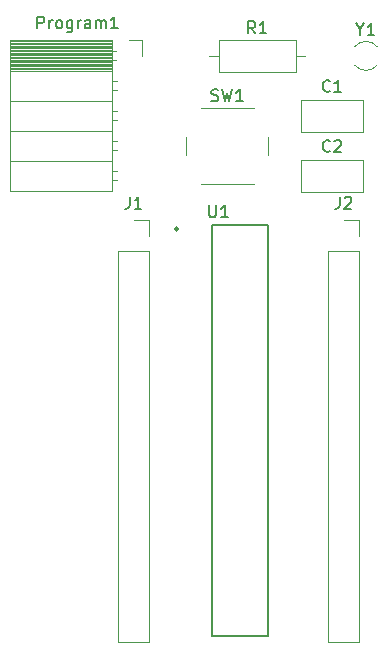
<source format=gbr>
%TF.GenerationSoftware,KiCad,Pcbnew,7.0.5*%
%TF.CreationDate,2024-03-13T05:49:52+05:30*%
%TF.ProjectId,standalone_arduino,7374616e-6461-46c6-9f6e-655f61726475,rev?*%
%TF.SameCoordinates,Original*%
%TF.FileFunction,Legend,Top*%
%TF.FilePolarity,Positive*%
%FSLAX46Y46*%
G04 Gerber Fmt 4.6, Leading zero omitted, Abs format (unit mm)*
G04 Created by KiCad (PCBNEW 7.0.5) date 2024-03-13 05:49:52*
%MOMM*%
%LPD*%
G01*
G04 APERTURE LIST*
%ADD10C,0.150000*%
%ADD11C,0.120000*%
%ADD12C,0.152400*%
%ADD13C,0.254000*%
G04 APERTURE END LIST*
D10*
%TO.C,Program1*%
X152289047Y-58624819D02*
X152289047Y-57624819D01*
X152289047Y-57624819D02*
X152669999Y-57624819D01*
X152669999Y-57624819D02*
X152765237Y-57672438D01*
X152765237Y-57672438D02*
X152812856Y-57720057D01*
X152812856Y-57720057D02*
X152860475Y-57815295D01*
X152860475Y-57815295D02*
X152860475Y-57958152D01*
X152860475Y-57958152D02*
X152812856Y-58053390D01*
X152812856Y-58053390D02*
X152765237Y-58101009D01*
X152765237Y-58101009D02*
X152669999Y-58148628D01*
X152669999Y-58148628D02*
X152289047Y-58148628D01*
X153289047Y-58624819D02*
X153289047Y-57958152D01*
X153289047Y-58148628D02*
X153336666Y-58053390D01*
X153336666Y-58053390D02*
X153384285Y-58005771D01*
X153384285Y-58005771D02*
X153479523Y-57958152D01*
X153479523Y-57958152D02*
X153574761Y-57958152D01*
X154050952Y-58624819D02*
X153955714Y-58577200D01*
X153955714Y-58577200D02*
X153908095Y-58529580D01*
X153908095Y-58529580D02*
X153860476Y-58434342D01*
X153860476Y-58434342D02*
X153860476Y-58148628D01*
X153860476Y-58148628D02*
X153908095Y-58053390D01*
X153908095Y-58053390D02*
X153955714Y-58005771D01*
X153955714Y-58005771D02*
X154050952Y-57958152D01*
X154050952Y-57958152D02*
X154193809Y-57958152D01*
X154193809Y-57958152D02*
X154289047Y-58005771D01*
X154289047Y-58005771D02*
X154336666Y-58053390D01*
X154336666Y-58053390D02*
X154384285Y-58148628D01*
X154384285Y-58148628D02*
X154384285Y-58434342D01*
X154384285Y-58434342D02*
X154336666Y-58529580D01*
X154336666Y-58529580D02*
X154289047Y-58577200D01*
X154289047Y-58577200D02*
X154193809Y-58624819D01*
X154193809Y-58624819D02*
X154050952Y-58624819D01*
X155241428Y-57958152D02*
X155241428Y-58767676D01*
X155241428Y-58767676D02*
X155193809Y-58862914D01*
X155193809Y-58862914D02*
X155146190Y-58910533D01*
X155146190Y-58910533D02*
X155050952Y-58958152D01*
X155050952Y-58958152D02*
X154908095Y-58958152D01*
X154908095Y-58958152D02*
X154812857Y-58910533D01*
X155241428Y-58577200D02*
X155146190Y-58624819D01*
X155146190Y-58624819D02*
X154955714Y-58624819D01*
X154955714Y-58624819D02*
X154860476Y-58577200D01*
X154860476Y-58577200D02*
X154812857Y-58529580D01*
X154812857Y-58529580D02*
X154765238Y-58434342D01*
X154765238Y-58434342D02*
X154765238Y-58148628D01*
X154765238Y-58148628D02*
X154812857Y-58053390D01*
X154812857Y-58053390D02*
X154860476Y-58005771D01*
X154860476Y-58005771D02*
X154955714Y-57958152D01*
X154955714Y-57958152D02*
X155146190Y-57958152D01*
X155146190Y-57958152D02*
X155241428Y-58005771D01*
X155717619Y-58624819D02*
X155717619Y-57958152D01*
X155717619Y-58148628D02*
X155765238Y-58053390D01*
X155765238Y-58053390D02*
X155812857Y-58005771D01*
X155812857Y-58005771D02*
X155908095Y-57958152D01*
X155908095Y-57958152D02*
X156003333Y-57958152D01*
X156765238Y-58624819D02*
X156765238Y-58101009D01*
X156765238Y-58101009D02*
X156717619Y-58005771D01*
X156717619Y-58005771D02*
X156622381Y-57958152D01*
X156622381Y-57958152D02*
X156431905Y-57958152D01*
X156431905Y-57958152D02*
X156336667Y-58005771D01*
X156765238Y-58577200D02*
X156670000Y-58624819D01*
X156670000Y-58624819D02*
X156431905Y-58624819D01*
X156431905Y-58624819D02*
X156336667Y-58577200D01*
X156336667Y-58577200D02*
X156289048Y-58481961D01*
X156289048Y-58481961D02*
X156289048Y-58386723D01*
X156289048Y-58386723D02*
X156336667Y-58291485D01*
X156336667Y-58291485D02*
X156431905Y-58243866D01*
X156431905Y-58243866D02*
X156670000Y-58243866D01*
X156670000Y-58243866D02*
X156765238Y-58196247D01*
X157241429Y-58624819D02*
X157241429Y-57958152D01*
X157241429Y-58053390D02*
X157289048Y-58005771D01*
X157289048Y-58005771D02*
X157384286Y-57958152D01*
X157384286Y-57958152D02*
X157527143Y-57958152D01*
X157527143Y-57958152D02*
X157622381Y-58005771D01*
X157622381Y-58005771D02*
X157670000Y-58101009D01*
X157670000Y-58101009D02*
X157670000Y-58624819D01*
X157670000Y-58101009D02*
X157717619Y-58005771D01*
X157717619Y-58005771D02*
X157812857Y-57958152D01*
X157812857Y-57958152D02*
X157955714Y-57958152D01*
X157955714Y-57958152D02*
X158050953Y-58005771D01*
X158050953Y-58005771D02*
X158098572Y-58101009D01*
X158098572Y-58101009D02*
X158098572Y-58624819D01*
X159098571Y-58624819D02*
X158527143Y-58624819D01*
X158812857Y-58624819D02*
X158812857Y-57624819D01*
X158812857Y-57624819D02*
X158717619Y-57767676D01*
X158717619Y-57767676D02*
X158622381Y-57862914D01*
X158622381Y-57862914D02*
X158527143Y-57910533D01*
%TO.C,C1*%
X177053333Y-63899580D02*
X177005714Y-63947200D01*
X177005714Y-63947200D02*
X176862857Y-63994819D01*
X176862857Y-63994819D02*
X176767619Y-63994819D01*
X176767619Y-63994819D02*
X176624762Y-63947200D01*
X176624762Y-63947200D02*
X176529524Y-63851961D01*
X176529524Y-63851961D02*
X176481905Y-63756723D01*
X176481905Y-63756723D02*
X176434286Y-63566247D01*
X176434286Y-63566247D02*
X176434286Y-63423390D01*
X176434286Y-63423390D02*
X176481905Y-63232914D01*
X176481905Y-63232914D02*
X176529524Y-63137676D01*
X176529524Y-63137676D02*
X176624762Y-63042438D01*
X176624762Y-63042438D02*
X176767619Y-62994819D01*
X176767619Y-62994819D02*
X176862857Y-62994819D01*
X176862857Y-62994819D02*
X177005714Y-63042438D01*
X177005714Y-63042438D02*
X177053333Y-63090057D01*
X178005714Y-63994819D02*
X177434286Y-63994819D01*
X177720000Y-63994819D02*
X177720000Y-62994819D01*
X177720000Y-62994819D02*
X177624762Y-63137676D01*
X177624762Y-63137676D02*
X177529524Y-63232914D01*
X177529524Y-63232914D02*
X177434286Y-63280533D01*
%TO.C,J1*%
X160096666Y-72884819D02*
X160096666Y-73599104D01*
X160096666Y-73599104D02*
X160049047Y-73741961D01*
X160049047Y-73741961D02*
X159953809Y-73837200D01*
X159953809Y-73837200D02*
X159810952Y-73884819D01*
X159810952Y-73884819D02*
X159715714Y-73884819D01*
X161096666Y-73884819D02*
X160525238Y-73884819D01*
X160810952Y-73884819D02*
X160810952Y-72884819D01*
X160810952Y-72884819D02*
X160715714Y-73027676D01*
X160715714Y-73027676D02*
X160620476Y-73122914D01*
X160620476Y-73122914D02*
X160525238Y-73170533D01*
%TO.C,C2*%
X177053333Y-68979580D02*
X177005714Y-69027200D01*
X177005714Y-69027200D02*
X176862857Y-69074819D01*
X176862857Y-69074819D02*
X176767619Y-69074819D01*
X176767619Y-69074819D02*
X176624762Y-69027200D01*
X176624762Y-69027200D02*
X176529524Y-68931961D01*
X176529524Y-68931961D02*
X176481905Y-68836723D01*
X176481905Y-68836723D02*
X176434286Y-68646247D01*
X176434286Y-68646247D02*
X176434286Y-68503390D01*
X176434286Y-68503390D02*
X176481905Y-68312914D01*
X176481905Y-68312914D02*
X176529524Y-68217676D01*
X176529524Y-68217676D02*
X176624762Y-68122438D01*
X176624762Y-68122438D02*
X176767619Y-68074819D01*
X176767619Y-68074819D02*
X176862857Y-68074819D01*
X176862857Y-68074819D02*
X177005714Y-68122438D01*
X177005714Y-68122438D02*
X177053333Y-68170057D01*
X177434286Y-68170057D02*
X177481905Y-68122438D01*
X177481905Y-68122438D02*
X177577143Y-68074819D01*
X177577143Y-68074819D02*
X177815238Y-68074819D01*
X177815238Y-68074819D02*
X177910476Y-68122438D01*
X177910476Y-68122438D02*
X177958095Y-68170057D01*
X177958095Y-68170057D02*
X178005714Y-68265295D01*
X178005714Y-68265295D02*
X178005714Y-68360533D01*
X178005714Y-68360533D02*
X177958095Y-68503390D01*
X177958095Y-68503390D02*
X177386667Y-69074819D01*
X177386667Y-69074819D02*
X178005714Y-69074819D01*
%TO.C,U1*%
X166840476Y-73623990D02*
X166840476Y-74434018D01*
X166840476Y-74434018D02*
X166888125Y-74529315D01*
X166888125Y-74529315D02*
X166935773Y-74576964D01*
X166935773Y-74576964D02*
X167031071Y-74624612D01*
X167031071Y-74624612D02*
X167221665Y-74624612D01*
X167221665Y-74624612D02*
X167316963Y-74576964D01*
X167316963Y-74576964D02*
X167364611Y-74529315D01*
X167364611Y-74529315D02*
X167412260Y-74434018D01*
X167412260Y-74434018D02*
X167412260Y-73623990D01*
X168412882Y-74624612D02*
X167841098Y-74624612D01*
X168126990Y-74624612D02*
X168126990Y-73623990D01*
X168126990Y-73623990D02*
X168031693Y-73766936D01*
X168031693Y-73766936D02*
X167936396Y-73862234D01*
X167936396Y-73862234D02*
X167841098Y-73909882D01*
%TO.C,R1*%
X170723333Y-59044819D02*
X170390000Y-58568628D01*
X170151905Y-59044819D02*
X170151905Y-58044819D01*
X170151905Y-58044819D02*
X170532857Y-58044819D01*
X170532857Y-58044819D02*
X170628095Y-58092438D01*
X170628095Y-58092438D02*
X170675714Y-58140057D01*
X170675714Y-58140057D02*
X170723333Y-58235295D01*
X170723333Y-58235295D02*
X170723333Y-58378152D01*
X170723333Y-58378152D02*
X170675714Y-58473390D01*
X170675714Y-58473390D02*
X170628095Y-58521009D01*
X170628095Y-58521009D02*
X170532857Y-58568628D01*
X170532857Y-58568628D02*
X170151905Y-58568628D01*
X171675714Y-59044819D02*
X171104286Y-59044819D01*
X171390000Y-59044819D02*
X171390000Y-58044819D01*
X171390000Y-58044819D02*
X171294762Y-58187676D01*
X171294762Y-58187676D02*
X171199524Y-58282914D01*
X171199524Y-58282914D02*
X171104286Y-58330533D01*
%TO.C,Y1*%
X179623809Y-58708628D02*
X179623809Y-59184819D01*
X179290476Y-58184819D02*
X179623809Y-58708628D01*
X179623809Y-58708628D02*
X179957142Y-58184819D01*
X180814285Y-59184819D02*
X180242857Y-59184819D01*
X180528571Y-59184819D02*
X180528571Y-58184819D01*
X180528571Y-58184819D02*
X180433333Y-58327676D01*
X180433333Y-58327676D02*
X180338095Y-58422914D01*
X180338095Y-58422914D02*
X180242857Y-58470533D01*
%TO.C,J2*%
X177876666Y-72884819D02*
X177876666Y-73599104D01*
X177876666Y-73599104D02*
X177829047Y-73741961D01*
X177829047Y-73741961D02*
X177733809Y-73837200D01*
X177733809Y-73837200D02*
X177590952Y-73884819D01*
X177590952Y-73884819D02*
X177495714Y-73884819D01*
X178305238Y-72980057D02*
X178352857Y-72932438D01*
X178352857Y-72932438D02*
X178448095Y-72884819D01*
X178448095Y-72884819D02*
X178686190Y-72884819D01*
X178686190Y-72884819D02*
X178781428Y-72932438D01*
X178781428Y-72932438D02*
X178829047Y-72980057D01*
X178829047Y-72980057D02*
X178876666Y-73075295D01*
X178876666Y-73075295D02*
X178876666Y-73170533D01*
X178876666Y-73170533D02*
X178829047Y-73313390D01*
X178829047Y-73313390D02*
X178257619Y-73884819D01*
X178257619Y-73884819D02*
X178876666Y-73884819D01*
%TO.C,SW1*%
X167016667Y-64737200D02*
X167159524Y-64784819D01*
X167159524Y-64784819D02*
X167397619Y-64784819D01*
X167397619Y-64784819D02*
X167492857Y-64737200D01*
X167492857Y-64737200D02*
X167540476Y-64689580D01*
X167540476Y-64689580D02*
X167588095Y-64594342D01*
X167588095Y-64594342D02*
X167588095Y-64499104D01*
X167588095Y-64499104D02*
X167540476Y-64403866D01*
X167540476Y-64403866D02*
X167492857Y-64356247D01*
X167492857Y-64356247D02*
X167397619Y-64308628D01*
X167397619Y-64308628D02*
X167207143Y-64261009D01*
X167207143Y-64261009D02*
X167111905Y-64213390D01*
X167111905Y-64213390D02*
X167064286Y-64165771D01*
X167064286Y-64165771D02*
X167016667Y-64070533D01*
X167016667Y-64070533D02*
X167016667Y-63975295D01*
X167016667Y-63975295D02*
X167064286Y-63880057D01*
X167064286Y-63880057D02*
X167111905Y-63832438D01*
X167111905Y-63832438D02*
X167207143Y-63784819D01*
X167207143Y-63784819D02*
X167445238Y-63784819D01*
X167445238Y-63784819D02*
X167588095Y-63832438D01*
X167921429Y-63784819D02*
X168159524Y-64784819D01*
X168159524Y-64784819D02*
X168350000Y-64070533D01*
X168350000Y-64070533D02*
X168540476Y-64784819D01*
X168540476Y-64784819D02*
X168778572Y-63784819D01*
X169683333Y-64784819D02*
X169111905Y-64784819D01*
X169397619Y-64784819D02*
X169397619Y-63784819D01*
X169397619Y-63784819D02*
X169302381Y-63927676D01*
X169302381Y-63927676D02*
X169207143Y-64022914D01*
X169207143Y-64022914D02*
X169111905Y-64070533D01*
D11*
%TO.C,Program1*%
X161160000Y-59610000D02*
X161160000Y-60940000D01*
X160050000Y-59610000D02*
X161160000Y-59610000D01*
X158590000Y-71460000D02*
X159000000Y-71460000D01*
X158590000Y-70740000D02*
X159000000Y-70740000D01*
X158590000Y-68920000D02*
X159000000Y-68920000D01*
X158590000Y-68200000D02*
X159000000Y-68200000D01*
X158590000Y-66380000D02*
X159000000Y-66380000D01*
X158590000Y-65660000D02*
X159000000Y-65660000D01*
X158590000Y-63840000D02*
X159000000Y-63840000D01*
X158590000Y-63120000D02*
X159000000Y-63120000D01*
X158590000Y-61300000D02*
X158940000Y-61300000D01*
X158590000Y-60580000D02*
X158940000Y-60580000D01*
X158590000Y-59610000D02*
X158590000Y-72430000D01*
X149960000Y-72430000D02*
X158590000Y-72430000D01*
X149960000Y-69830000D02*
X158590000Y-69830000D01*
X149960000Y-67290000D02*
X158590000Y-67290000D01*
X149960000Y-64750000D02*
X158590000Y-64750000D01*
X149960000Y-62210000D02*
X158590000Y-62210000D01*
X149960000Y-62091900D02*
X158590000Y-62091900D01*
X149960000Y-61973805D02*
X158590000Y-61973805D01*
X149960000Y-61855710D02*
X158590000Y-61855710D01*
X149960000Y-61737615D02*
X158590000Y-61737615D01*
X149960000Y-61619520D02*
X158590000Y-61619520D01*
X149960000Y-61501425D02*
X158590000Y-61501425D01*
X149960000Y-61383330D02*
X158590000Y-61383330D01*
X149960000Y-61265235D02*
X158590000Y-61265235D01*
X149960000Y-61147140D02*
X158590000Y-61147140D01*
X149960000Y-61029045D02*
X158590000Y-61029045D01*
X149960000Y-60910950D02*
X158590000Y-60910950D01*
X149960000Y-60792855D02*
X158590000Y-60792855D01*
X149960000Y-60674760D02*
X158590000Y-60674760D01*
X149960000Y-60556665D02*
X158590000Y-60556665D01*
X149960000Y-60438570D02*
X158590000Y-60438570D01*
X149960000Y-60320475D02*
X158590000Y-60320475D01*
X149960000Y-60202380D02*
X158590000Y-60202380D01*
X149960000Y-60084285D02*
X158590000Y-60084285D01*
X149960000Y-59966190D02*
X158590000Y-59966190D01*
X149960000Y-59848095D02*
X158590000Y-59848095D01*
X149960000Y-59730000D02*
X158590000Y-59730000D01*
X149960000Y-59610000D02*
X158590000Y-59610000D01*
X149960000Y-59610000D02*
X149960000Y-72430000D01*
%TO.C,C1*%
X174600000Y-64670000D02*
X174600000Y-67410000D01*
X174600000Y-64670000D02*
X179840000Y-64670000D01*
X174600000Y-67410000D02*
X179840000Y-67410000D01*
X179840000Y-64670000D02*
X179840000Y-67410000D01*
%TO.C,J1*%
X159100000Y-77470000D02*
X159100000Y-110550000D01*
X159100000Y-77470000D02*
X161760000Y-77470000D01*
X159100000Y-110550000D02*
X161760000Y-110550000D01*
X160430000Y-74870000D02*
X161760000Y-74870000D01*
X161760000Y-74870000D02*
X161760000Y-76200000D01*
X161760000Y-77470000D02*
X161760000Y-110550000D01*
%TO.C,C2*%
X174600000Y-69750000D02*
X174600000Y-72490000D01*
X174600000Y-69750000D02*
X179840000Y-69750000D01*
X174600000Y-72490000D02*
X179840000Y-72490000D01*
X179840000Y-69750000D02*
X179840000Y-72490000D01*
D12*
%TO.C,U1*%
X167090000Y-75310000D02*
X167090000Y-110110000D01*
X171850000Y-75310000D02*
X167090000Y-75310000D01*
X171850000Y-110110000D02*
X167090000Y-110110000D01*
X171850000Y-110110000D02*
X171850000Y-75310000D01*
D13*
X164197000Y-75610000D02*
G75*
G03*
X164197000Y-75610000I-127000J0D01*
G01*
D11*
%TO.C,R1*%
X166850000Y-60960000D02*
X167620000Y-60960000D01*
X167620000Y-59590000D02*
X167620000Y-62330000D01*
X167620000Y-62330000D02*
X174160000Y-62330000D01*
X174160000Y-59590000D02*
X167620000Y-59590000D01*
X174160000Y-62330000D02*
X174160000Y-59590000D01*
X174930000Y-60960000D02*
X174160000Y-60960000D01*
%TO.C,Y1*%
X181049561Y-60178186D02*
G75*
G03*
X179150000Y-60178719I-949561J-781814D01*
G01*
X179150001Y-61741280D02*
G75*
G03*
X181049560Y-61741814I949999J781280D01*
G01*
%TO.C,J2*%
X176880000Y-77470000D02*
X176880000Y-110550000D01*
X176880000Y-77470000D02*
X179540000Y-77470000D01*
X176880000Y-110550000D02*
X179540000Y-110550000D01*
X178210000Y-74870000D02*
X179540000Y-74870000D01*
X179540000Y-74870000D02*
X179540000Y-76200000D01*
X179540000Y-77470000D02*
X179540000Y-110550000D01*
%TO.C,SW1*%
X164850000Y-67830000D02*
X164850000Y-69330000D01*
X166100000Y-71830000D02*
X170600000Y-71830000D01*
X170600000Y-65330000D02*
X166100000Y-65330000D01*
X171850000Y-69330000D02*
X171850000Y-67830000D01*
%TD*%
M02*

</source>
